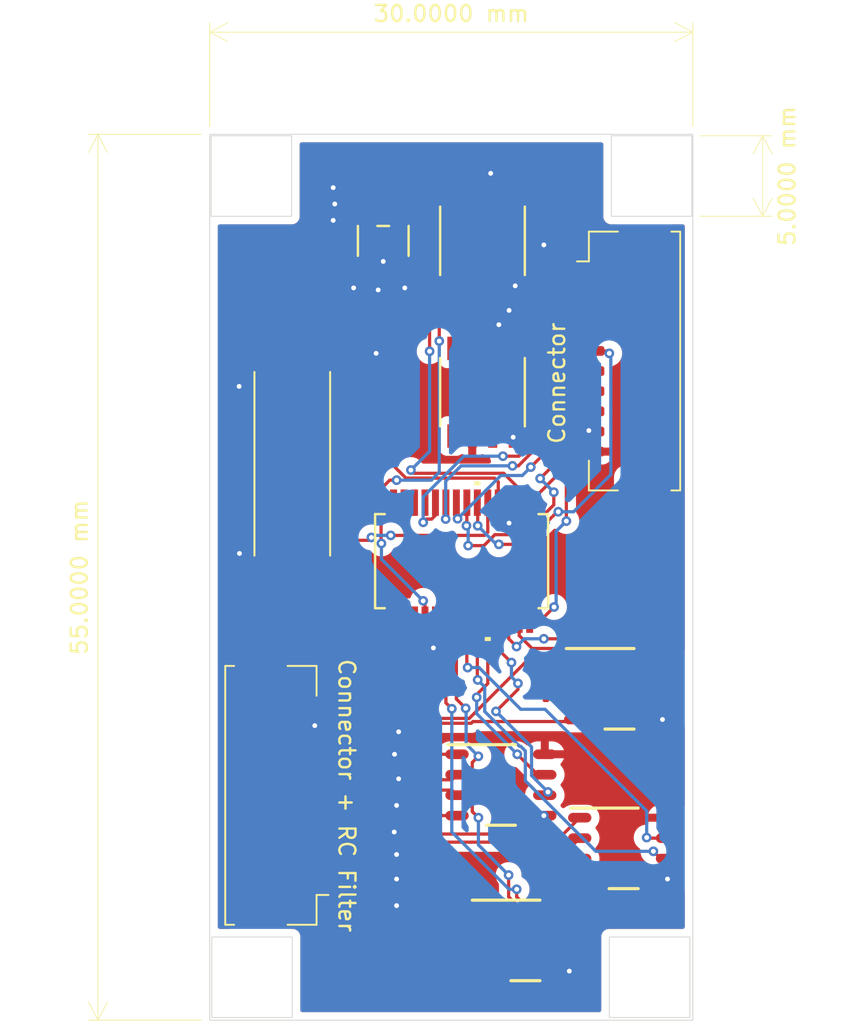
<source format=kicad_pcb>
(kicad_pcb (version 20240108) (generator "pcbnew") (generator_version "8.0")
  (layers (0 "F.Cu" signal) (31 "B.Cu" signal) (34 "B.Paste" user) (35 "F.Paste" user) (37 "F.SilkS" user "F.Silkscreen") (38 "B.Mask" user) (39 "F.Mask" user) (44 "Edge.Cuts" user))
  (net 0 "")
  (net 1 "5VCC")
  (net 2 "Earth")
  (net 3 "REF3.3")
  (net 4 "Net-(U4-TRIM{slash}NR)")
  (net 5 "Net-(U3-IN+)")
  (net 6 "REF2.5")
  (net 7 "/XTAL1")
  (net 8 "/XTAL2")
  (net 9 "/S1+")
  (net 10 "/S1-")
  (net 11 "/S2+")
  (net 12 "/S2-")
  (net 13 "/S3+")
  (net 14 "/S3-")
  (net 15 "/S4+")
  (net 16 "/S4-")
  (net 17 "Net-(J1-Pad1)")
  (net 18 "Net-(J1-Pad7)")
  (net 19 "Net-(J1-Pad2)")
  (net 20 "Net-(J1-Pad5)")
  (net 21 "Net-(J1-Pad6)")
  (net 22 "Net-(J1-Pad3)")
  (net 23 "Net-(J1-Pad8)")
  (net 24 "Net-(J1-Pad4)")
  (net 25 "/RESET")
  (net 27 "/DIN")
  (net 28 "/DOUT")
  (net 29 "/SCLK")
  (net 30 "/SYNC{slash}PDWN")
  (net 31 "/CS")
  (net 32 "/DRDY")
  (net 33 "Net-(U4-VOUT)")
  (net 34 "Net-(R2-Pad2)")
  (net 35 "Net-(R2-Pad1)")
  (net 36 "Net-(R11-Pad1)")
  (net 37 "Net-(R11-Pad2)")
  (net 38 "Net-(R12-Pad1)")
  (net 39 "Net-(R12-Pad2)")
  (net 40 "Net-(R13-Pad1)")
  (net 41 "Net-(R13-Pad2)")
  (net 43 "AIN6")
  (net 44 "AIN2")
  (net 47 "AIN0")
  (net 48 "AIN7")
  (net 49 "AIN4")
  (net 51 "AIN1")
  (net 52 "AIN3")
  (net 53 "AIN5")
  (footprint "daFootprints:INA821IDR" (layer "F.Cu") (at 114.935 104.775)
    (property "Reference" "U7" (hide yes))
    (property "Value" "INA821IDR" (hide yes))
  )
  (footprint "Capacitor_SMD:C_0201_0603Metric" (layer "F.Cu") (at 105.791 74.422 -90)
    (property "Reference" "C8" (hide yes))
    (property "Value" "10u" (hide yes))
  )
  (footprint "Resistor_SMD:R_0201_0603Metric" (layer "F.Cu") (at 107.061 107.098 90)
    (property "Reference" "R6" (hide yes))
    (property "Value" "1k" (hide yes))
  )
  (footprint "Resistor_SMD:R_0201_0603Metric" (layer "F.Cu") (at 112.014 114.554 90)
    (property "Reference" "R2" (hide yes))
    (property "Value" "499" (hide yes))
  )
  (footprint "Capacitor_SMD:C_0201_0603Metric" (layer "F.Cu") (at 108.458 104.013 -90)
    (property "Reference" "C19" (hide yes))
    (property "Value" "1u" (hide yes))
  )
  (footprint "daFootprints:OPA350UA" (layer "F.Cu") (at 113.792 70.993 90)
    (property "Reference" "U3" (hide yes))
    (property "Value" "OPA350UA" (hide yes))
  )
  (footprint "Capacitor_SMD:C_0201_0603Metric" (layer "F.Cu") (at 108.455 108.646 -90)
    (property "Reference" "C16" (hide yes))
    (property "Value" "1u" (hide yes))
  )
  (footprint "Resistor_SMD:R_0201_0603Metric" (layer "F.Cu") (at 107.061 108.618 90)
    (property "Reference" "R5" (hide yes))
    (property "Value" "1k" (hide yes))
  )
  (footprint "Capacitor_SMD:C_0201_0603Metric" (layer "F.Cu") (at 108.458 100.965 -90)
    (property "Reference" "C21" (hide yes))
    (property "Value" "1u" (hide yes))
  )
  (footprint "daFootprints:REF5025AIDR" (layer "F.Cu") (at 113.792 80.391 90)
    (property "Reference" "U4" (hide yes))
    (property "Value" "REF5025AIDR" (hide yes))
  )
  (footprint "Connector_Molex:Molex_CLIK-Mate_502382-1070_1x10-1MP_P1.25mm_Vertical" (layer "F.Cu") (at 122.459 78.454499 -90)
    (property "Reference" "J2" (hide yes))
    (property "Value" "532611071" (hide yes))
  )
  (footprint "Resistor_SMD:R_0201_0603Metric" (layer "F.Cu") (at 113.157 75.692 90)
    (property "Reference" "R1" (hide yes))
    (property "Value" "10k" (hide yes))
  )
  (footprint "Resistor_SMD:R_0201_0603Metric" (layer "F.Cu") (at 107.061 103.989 90)
    (property "Reference" "R8" (hide yes))
    (property "Value" "1k" (hide yes))
  )
  (footprint "Capacitor_SMD:C_0201_0603Metric" (layer "F.Cu") (at 113.644 66.675 180)
    (property "Reference" "C7" (hide yes))
    (property "Value" "100n" (hide yes))
  )
  (footprint "Capacitor_SMD:C_0201_0603Metric" (layer "F.Cu") (at 108.458 105.537 -90)
    (property "Reference" "C18" (hide yes))
    (property "Value" "1u" (hide yes))
  )
  (footprint "Capacitor_SMD:C_0201_0603Metric" (layer "F.Cu") (at 98.679 89.992 90)
    (property "Reference" "C12" (hide yes))
    (property "Value" "18p" (hide yes))
  )
  (footprint "Capacitor_SMD:C_0201_0603Metric" (layer "F.Cu") (at 108.966 74.422 -90)
    (property "Reference" "C1" (hide yes))
    (property "Value" "1u" (hide yes))
  )
  (footprint "Capacitor_SMD:C_0201_0603Metric" (layer "F.Cu") (at 108.458 110.236 -90)
    (property "Reference" "C15" (hide yes))
    (property "Value" "1u" (hide yes))
  )
  (footprint "Resistor_SMD:R_0201_0603Metric" (layer "F.Cu") (at 107.06 102.452 90)
    (property "Reference" "R9" (hide yes))
    (property "Value" "1k" (hide yes))
  )
  (footprint "Capacitor_SMD:C_0201_0603Metric" (layer "F.Cu") (at 115.57 76.2)
    (property "Reference" "C4" (hide yes))
    (property "Value" "1u" (hide yes))
  )
  (footprint "Resistor_SMD:R_0201_0603Metric" (layer "F.Cu") (at 110.49 104.775 90)
    (property "Reference" "R12" (hide yes))
    (property "Value" "499" (hide yes))
  )
  (footprint "Capacitor_SMD:C_0201_0603Metric" (layer "F.Cu") (at 104.938 69.661999)
    (property "Reference" "C2" (hide yes))
    (property "Value" "1u" (hide yes))
  )
  (footprint "daFootprints:ADP151AUJZ-3P0-R7" (layer "F.Cu") (at 107.630001 70.996551 90)
    (property "Reference" "U2" (hide yes))
    (property "Value" "ADP151AUJZ-3.0-R7" (hide yes))
  )
  (footprint "Capacitor_SMD:C_0201_0603Metric" (layer "F.Cu") (at 108.458 107.122 -90)
    (property "Reference" "C17" (hide yes))
    (property "Value" "1u" (hide yes))
  )
  (footprint "Capacitor_SMD:C_0201_0603Metric" (layer "F.Cu") (at 117.221 70.743 90)
    (property "Reference" "C6" (hide yes))
    (property "Value" "100n" (hide yes))
  )
  (footprint "Capacitor_SMD:C_0201_0603Metric" (layer "F.Cu") (at 114.681 75.311 180)
    (property "Reference" "C5" (hide yes))
    (property "Value" "1u" (hide yes))
  )
  (footprint "Resistor_SMD:R_0201_0603Metric" (layer "F.Cu") (at 107.065 100.941 90)
    (property "Reference" "R10" (hide yes))
    (property "Value" "1k" (hide yes))
  )
  (footprint "daFootprints:INA821IDR" (layer "F.Cu") (at 122.301 98.806)
    (property "Reference" "U8" (hide yes))
    (property "Value" "INA821IDR" (hide yes))
  )
  (footprint "Resistor_SMD:R_0201_0603Metric" (layer "F.Cu") (at 107.061 111.736 90)
    (property "Reference" "R3" (hide yes))
    (property "Value" "1k" (hide yes))
  )
  (footprint "daFootprints:ADS1256IDBR" (layer "F.Cu") (at 112.496001 90.8812 90)
    (property "Reference" "U1" (hide yes))
    (property "Value" "ADS1256IDBR" (hide yes))
  )
  (footprint "Resistor_SMD:R_0201_0603Metric" (layer "F.Cu") (at 107.061 105.509 90)
    (property "Reference" "R7" (hide yes))
    (property "Value" "1k" (hide yes))
  )
  (footprint "Resistor_SMD:R_0201_0603Metric" (layer "F.Cu") (at 118.11 108.712 90)
    (property "Reference" "R11" (hide yes))
    (property "Value" "499" (hide yes))
  )
  (footprint "Connector_Molex:Molex_CLIK-Mate_502382-1070_1x10-1MP_P1.25mm_Vertical" (layer "F.Cu") (at 101.428 105.42 90)
    (property "Reference" "J1" (hide yes))
    (property "Value" "532611071" (hide yes))
  )
  (footprint "daFootprints:XTAL_ABLS-8.000MHZ-K4T" (layer "F.Cu") (at 101.981 84.836 -90)
    (property "Reference" "Y1" (hide yes))
    (property "Value" "ABLS-8MHZ-K4T" (hide yes))
  )
  (footprint "Capacitor_SMD:C_0201_0603Metric" (layer "F.Cu") (at 108.458 102.489 -90)
    (property "Reference" "C20" (hide yes))
    (property "Value" "1u" (hide yes))
  )
  (footprint "Capacitor_SMD:C_0201_0603Metric" (layer "F.Cu") (at 107.315 74.422 -90)
    (property "Reference" "C9" (hide yes))
    (property "Value" "100n" (hide yes))
  )
  (footprint "Capacitor_SMD:C_0201_0603Metric" (layer "F.Cu") (at 108.458 111.76 -90)
    (property "Reference" "C14" (hide yes))
    (property "Value" "1u" (hide yes))
  )
  (footprint "Resistor_SMD:R_0201_0603Metric" (layer "F.Cu") (at 107.061 110.212 90)
    (property "Reference" "R4" (hide yes))
    (property "Value" "1k" (hide yes))
  )
  (footprint "Capacitor_SMD:C_0201_0603Metric" (layer "F.Cu") (at 104.938 67.691)
    (property "Reference" "C11" (hide yes))
    (property "Value" "100n" (hide yes))
  )
  (footprint "Capacitor_SMD:C_0201_0603Metric" (layer "F.Cu") (at 104.938 68.707)
    (property "Reference" "C10" (hide yes))
    (property "Value" "10u" (hide yes))
  )
  (footprint "Capacitor_SMD:C_0201_0603Metric" (layer "F.Cu") (at 107.188 77.47 90)
    (property "Reference" "C3" (hide yes))
    (property "Value" "1u" (hide yes))
  )
  (footprint "daFootprints:INA821IDR" (layer "F.Cu") (at 122.555 108.712)
    (property "Reference" "U6" (hide yes))
    (property "Value" "INA821IDR" (hide yes))
  )
  (footprint "Resistor_SMD:R_0201_0603Metric" (layer "F.Cu") (at 117.729 99.081 90)
    (property "Reference" "R13" (hide yes))
    (property "Value" "499" (hide yes))
  )
  (footprint "daFootprints:INA821IDR" (layer "F.Cu") (at 116.459 114.427)
    (property "Reference" "U5" (hide yes))
    (property "Value" "INA821IDR" (hide yes))
  )
  (footprint "Capacitor_SMD:C_0201_0603Metric" (layer "F.Cu") (at 98.679 79.709 90)
    (property "Reference" "C13" (hide yes))
    (property "Value" "18p" (hide yes))
  )
  (gr_rect (start 121.666 114.213) (end 126.666 119.213) (stroke (width 0.05)) (fill none) (layer "Edge.Cuts"))
  (gr_rect (start 96.854 64.38) (end 126.854 119.38) (stroke (width 0.05)) (fill none) (layer "Edge.Cuts"))
  (gr_rect (start 121.793 64.469) (end 126.793 69.469) (stroke (width 0.05)) (fill none) (layer "Edge.Cuts"))
  (gr_rect (start 96.941 64.469) (end 101.941 69.469) (stroke (width 0.05)) (fill none) (layer "Edge.Cuts"))
  (gr_rect (start 96.981 114.213) (end 101.981 119.213) (stroke (width 0.05)) (fill none) (layer "Edge.Cuts"))
  (gr_text "Connector\n" (at 118.999 83.693 90) (layer "F.SilkS") (effects (font (size 1 1)) (justify left bottom)))
  (gr_text "Connector + RC Filter" (at 104.775 96.861 -90) (layer "F.SilkS") (effects (font (size 1 1)) (justify left bottom)))
  (dimension (type aligned) (layer "F.SilkS") (pts (xy 96.854 64.38) (xy 96.854 119.38)) (height 6.938) (gr_text "55.0000 mm" (at 88.766 91.88 90) (layer "F.SilkS") (effects (font (size 1 1) (thickness 0.15)))) (format (prefix "") (suffix "") (units 3) (units_format 1) (precision 4)) (style (thickness 0.05) (arrow_length 1.27) (text_position_mode 0) (extension_height 0.58642) (extension_offset 0.5) keep_text_aligned))
  (dimension (type aligned) (layer "F.SilkS") (pts (xy 96.854 64.38) (xy 126.854 64.38)) (height -6.341) (gr_text "30.0000 mm" (at 111.854 56.889 0) (layer "F.SilkS") (effects (font (size 1 1) (thickness 0.15)))) (format (prefix "") (suffix "") (units 3) (units_format 1) (precision 4)) (style (thickness 0.05) (arrow_length 1.27) (text_position_mode 0) (extension_height 0.58642) (extension_offset 0.5) keep_text_aligned))
  (dimension (type aligned) (layer "F.SilkS") (pts (xy 126.793 64.469) (xy 126.793 69.469)) (height -4.398) (gr_text "5.0000 mm" (at 132.715 66.969 90) (layer "F.SilkS") (effects (font (size 1 1) (thickness 0.15)))) (format (prefix "") (suffix "") (units 3) (units_format 1) (precision 4)) (style (thickness 0.05) (arrow_length 1.27) (text_position_mode 2) (extension_height 0.58642) (extension_offset 0.5) keep_text_aligned))
  (segment (start 110.338203 96.266) (end 108.921002 94.848799) (width 0.2) (layer "F.Cu") (net 2))
  (segment (start 98.679 90.312) (end 98.679 90.379759) (width 0.2) (layer "F.Cu") (net 2))
  (segment (start 107.630001 72.270102) (end 107.761999 72.4021) (width 0.2) (layer "F.Cu") (net 2))
  (segment (start 115.697 73.714348) (end 115.751348 73.714348) (width 0.2) (layer "F.Cu") (net 2))
  (segment (start 110.871 96.139) (end 110.744 96.266) (width 0.2) (layer "F.Cu") (net 2))
  (segment (start 117.405 71.247) (end 117.221 71.063) (width 0.2) (layer "F.Cu") (net 2))
  (segment (start 98.679 90.379759) (end 98.70124 90.401999) (width 0.2) (layer "F.Cu") (net 2))
  (segment (start 115.001 75.311) (end 115.443 75.311) (width 0.2) (layer "F.Cu") (net 2))
  (segment (start 110.871 94.5134) (end 110.871 96.139) (width 0.2) (layer "F.Cu") (net 2))
  (segment (start 117.602 71.247) (end 117.405 71.247) (width 0.2) (layer "F.Cu") (net 2))
  (segment (start 115.25 76.2) (end 114.808 76.2) (width 0.2) (layer "F.Cu") (net 2))
  (segment (start 114.091 66.802) (end 113.964 66.675) (width 0.2) (layer "F.Cu") (net 2))
  (segment (start 109.571001 95.498798) (end 109.571001 94.5134) (width 0.2) (layer "F.Cu") (net 2))
  (segment (start 115.751348 73.714348) (end 115.824 73.787) (width 0.2) (layer "F.Cu") (net 2))
  (segment (start 115.443 87.270999) (end 115.421001 87.249) (width 0.2) (layer "F.Cu") (net 2))
  (segment (start 110.338203 96.266) (end 109.571001 95.498798) (width 0.2) (layer "F.Cu") (net 2))
  (segment (start 115.443 88.519) (end 115.443 87.270999) (width 0.2) (layer "F.Cu") (net 2))
  (segment (start 108.921002 94.848799) (end 108.921002 94.5134) (width 0.2) (layer "F.Cu") (net 2))
  (segment (start 110.744 96.266) (end 110.338203 96.266) (width 0.2) (layer "F.Cu") (net 2))
  (segment (start 104.521 67.691) (end 104.618 67.691) (width 0.2) (layer "F.Cu") (net 2))
  (segment (start 114.3 66.802) (end 114.091 66.802) (width 0.2) (layer "F.Cu") (net 2))
  (via blind (at 103.378 101.092) (size 0.6) (drill 0.3) (layers "F.Cu" "B.Cu") (net 2))
  (via blind (at 120.396 82.772499) (size 0.6) (drill 0.3) (layers "F.Cu" "B.Cu") (net 2))
  (via blind (at 107.188 77.978) (size 0.6) (drill 0.3) (layers "F.Cu" "B.Cu") (net 2))
  (via blind (at 105.791 73.914) (size 0.6) (drill 0.3) (layers "F.Cu" "B.Cu") (net 2))
  (via blind (at 107.630001 72.270102) (size 0.6) (drill 0.3) (layers "F.Cu" "B.Cu") (net 2))
  (via blind (at 110.744 96.266) (size 0.6) (drill 0.3) (layers "F.Cu" "B.Cu") (net 2))
  (via blind (at 108.331 102.87) (size 0.6) (drill 0.3) (layers "F.Cu" "B.Cu") (net 2))
  (via blind (at 108.310316 107.69752) (size 0.6) (drill 0.3) (layers "F.Cu" "B.Cu") (net 2))
  (via blind (at 104.521 69.723) (size 0.6) (drill 0.3) (layers "F.Cu" "B.Cu") (net 2))
  (via blind (at 114.808 76.2) (size 0.6) (drill 0.3) (layers "F.Cu" "B.Cu") (net 2))
  (via blind (at 108.458 112.268) (size 0.6) (drill 0.3) (layers "F.Cu" "B.Cu") (net 2))
  (via blind (at 115.443 75.311) (size 0.6) (drill 0.3) (layers "F.Cu" "B.Cu") (net 2))
  (via blind (at 108.458 106.045) (size 0.6) (drill 0.3) (layers "F.Cu" "B.Cu") (net 2))
  (via blind (at 108.458 110.617) (size 0.6) (drill 0.3) (layers "F.Cu" "B.Cu") (net 2))
  (via blind (at 124.968 100.711) (size 0.6) (drill 0.3) (layers "F.Cu" "B.Cu") (net 2))
  (via blind (at 108.585 101.473) (size 0.6) (drill 0.3) (layers "F.Cu" "B.Cu") (net 2))
  (via blind (at 114.3 66.802) (size 0.6) (drill 0.3) (layers "F.Cu" "B.Cu") (net 2))
  (via blind (at 108.585 104.394) (size 0.6) (drill 0.3) (layers "F.Cu" "B.Cu") (net 2))
  (via blind (at 98.679 80.029) (size 0.6) (drill 0.3) (layers "F.Cu" "B.Cu") (net 2))
  (via blind (at 104.618 68.707) (size 0.6) (drill 0.3) (layers "F.Cu" "B.Cu") (net 2))
  (via blind (at 107.315 74.041) (size 0.6) (drill 0.3) (layers "F.Cu" "B.Cu") (net 2))
  (via blind (at 104.521 67.691) (size 0.6) (drill 0.3) (layers "F.Cu" "B.Cu") (net 2))
  (via blind (at 108.458 109.093) (size 0.6) (drill 0.3) (layers "F.Cu" "B.Cu") (net 2))
  (via blind (at 115.443 88.519) (size 0.6) (drill 0.3) (layers "F.Cu" "B.Cu") (net 2))
  (via blind (at 125.279998 110.617) (size 0.6) (drill 0.3) (layers "F.Cu" "B.Cu") (net 2))
  (via blind (at 117.602 106.68) (size 0.6) (drill 0.3) (layers "F.Cu" "B.Cu") (net 2))
  (via blind (at 119.183998 116.332) (size 0.6) (drill 0.3) (layers "F.Cu" "B.Cu") (net 2))
  (via blind (at 117.602 71.247) (size 0.6) (drill 0.3) (layers "F.Cu" "B.Cu") (net 2))
  (via blind (at 115.824 73.787) (size 0.6) (drill 0.3) (layers "F.Cu" "B.Cu") (net 2))
  (via blind (at 108.966 73.914) (size 0.6) (drill 0.3) (layers "F.Cu" "B.Cu") (net 2))
  (via blind (at 98.70124 90.401999) (size 0.6) (drill 0.3) (layers "F.Cu" "B.Cu") (net 2))
  (via blind (at 115.697 83.185) (size 0.6) (drill 0.3) (layers "F.Cu" "B.Cu") (net 2))
  (segment (start 115.107426 85.425) (end 116.071 86.388574) (width 0.2) (layer "F.Cu") (net 3))
  (segment (start 107.453449 68.949551) (end 109.081551 68.949551) (width 0.2) (layer "F.Cu") (net 3))
  (segment (start 109.081551 68.949551) (end 109.982 69.85) (width 0.2) (layer "F.Cu") (net 3))
  (segment (start 105.258 68.301) (end 105.7275 68.7705) (width 0.2) (layer "F.Cu") (net 3))
  (segment (start 105.7275 68.7705) (end 106.2355 69.2785) (width 0.2) (layer "F.Cu") (net 3))
  (segment (start 116.071 86.388574) (end 116.071 87.249) (width 0.2) (layer "F.Cu") (net 3))
  (segment (start 106.2355 69.2785) (end 106.68 69.723) (width 0.2) (layer "F.Cu") (net 3))
  (segment (start 105.258 67.691) (end 105.258 68.301) (width 0.2) (layer "F.Cu") (net 3))
  (segment (start 110.508 76.246111) (end 110.508 77.851) (width 0.2) (layer "F.Cu") (net 3))
  (segment (start 109.347 85.225) (end 109.547 85.425) (width 0.2) (layer "F.Cu") (net 3))
  (segment (start 105.664 68.707) (end 105.7275 68.7705) (width 0.2) (layer "F.Cu") (net 3))
  (segment (start 111.252 75.502111) (end 110.508 76.246111) (width 0.2) (layer "F.Cu") (net 3))
  (segment (start 105.852001 69.661999) (end 106.2355 69.2785) (width 0.2) (layer "F.Cu") (net 3))
  (segment (start 106.68 69.723) (end 107.453449 68.949551) (width 0.2) (layer "F.Cu") (net 3))
  (segment (start 109.547 85.425) (end 115.107426 85.425) (width 0.2) (layer "F.Cu") (net 3))
  (segment (start 111.252 72.898) (end 111.252 75.502111) (width 0.2) (layer "F.Cu") (net 3))
  (segment (start 105.258 69.661999) (end 105.852001 69.661999) (width 0.2) (layer "F.Cu") (net 3))
  (segment (start 109.982 71.628) (end 111.252 72.898) (width 0.2) (layer "F.Cu") (net 3))
  (segment (start 109.982 69.85) (end 109.982 71.628) (width 0.2) (layer "F.Cu") (net 3))
  (segment (start 105.258 68.707) (end 105.664 68.707) (width 0.2) (layer "F.Cu") (net 3))
  (via blind (at 110.508 77.851) (size 0.6) (drill 0.3) (layers "F.Cu" "B.Cu") (net 3))
  (via blind (at 109.347 85.225) (size 0.6) (drill 0.3) (layers "F.Cu" "B.Cu") (net 3))
  (segment (start 110.508 84.064) (end 110.508 77.851) (width 0.2) (layer "B.Cu") (net 3))
  (segment (start 109.347 85.225) (end 110.508 84.064) (width 0.2) (layer "B.Cu") (net 3))
  (segment (start 115.89 76.576) (end 115.89 76.2) (width 0.2) (layer "F.Cu") (net 4))
  (segment (start 115.697 77.669652) (end 115.697 76.769) (width 0.2) (layer "F.Cu") (net 4))
  (segment (start 115.697 76.769) (end 115.89 76.576) (width 0.2) (layer "F.Cu") (net 4))
  (segment (start 114.361 75.311) (end 113.218 75.311) (width 0.2) (layer "F.Cu") (net 5))
  (segment (start 113.218 75.311) (end 113.157 75.372) (width 0.2) (layer "F.Cu") (net 5))
  (segment (start 114.427 75.245) (end 114.361 75.311) (width 0.2) (layer "F.Cu") (net 5))
  (segment (start 114.427 73.714348) (end 114.427 75.245) (width 0.2) (layer "F.Cu") (net 5))
  (segment (start 110.221002 94.5134) (end 110.221002 93.457002) (width 0.2) (layer "F.Cu") (net 6))
  (segment (start 114.427 68.271652) (end 114.427 68.720101) (width 0.2) (layer "F.Cu") (net 6))
  (segment (start 107.493543 86.391059) (end 107.493543 89.713543) (width 0.2) (layer "F.Cu") (net 6))
  (segment (start 108.032602 85.852) (end 107.493543 86.391059) (width 0.2) (layer "F.Cu") (net 6))
  (segment (start 116.205 70.423) (end 117.221 70.423) (width 0.2) (layer "F.Cu") (net 6))
  (segment (start 108.458 85.852) (end 108.032602 85.852) (width 0.2) (layer "F.Cu") (net 6))
  (segment (start 114.427 68.720101) (end 116.129899 70.423) (width 0.2) (layer "F.Cu") (net 6))
  (segment (start 111.108 76.211797) (end 113.157 74.162797) (width 0.2) (layer "F.Cu") (net 6))
  (segment (start 116.129899 70.423) (end 116.205 70.423) (width 0.2) (layer "F.Cu") (net 6))
  (segment (start 113.157 73.714348) (end 113.157 73.471) (width 0.2) (layer "F.Cu") (net 6))
  (segment (start 111.108 77.216) (end 111.108 76.211797) (width 0.2) (layer "F.Cu") (net 6))
  (segment (start 113.157 74.162797) (end 113.157 73.714348) (width 0.2) (layer "F.Cu") (net 6))
  (segment (start 113.157 73.471) (end 116.205 70.423) (width 0.2) (layer "F.Cu") (net 6))
  (segment (start 110.221002 93.457002) (end 110.109 93.345) (width 0.2) (layer "F.Cu") (net 6))
  (via blind (at 107.517322 89.781) (size 0.6) (drill 0.3) (layers "F.Cu" "B.Cu") (net 6))
  (via blind (at 111.108 77.216) (size 0.6) (drill 0.3) (layers "F.Cu" "B.Cu") (net 6))
  (via blind (at 110.109 93.345) (size 0.6) (drill 0.3) (layers "F.Cu" "B.Cu") (net 6))
  (via blind (at 108.458 85.852) (size 0.6) (drill 0.3) (layers "F.Cu" "B.Cu") (net 6))
  (segment (start 110.109 93.345) (end 107.517322 90.753322) (width 0.2) (layer "B.Cu") (net 6))
  (segment (start 108.458 85.852) (end 110.617 85.852) (width 0.2) (layer "B.Cu") (net 6))
  (segment (start 107.517322 90.753322) (end 107.517322 89.781) (width 0.2) (layer "B.Cu") (net 6))
  (segment (start 110.617 85.852) (end 111.108 85.361) (width 0.2) (layer "B.Cu") (net 6))
  (segment (start 111.108 85.361) (end 111.108 77.216) (width 0.2) (layer "B.Cu") (net 6))
  (segment (start 106.715543 89.586) (end 101.981 89.586) (width 0.2) (layer "F.Cu") (net 7))
  (segment (start 98.765 89.586) (end 98.679 89.672) (width 0.2) (layer "F.Cu") (net 7))
  (segment (start 101.981 89.586) (end 98.765 89.586) (width 0.2) (layer "F.Cu") (net 7))
  (segment (start 114.121002 89.078998) (end 113.919 89.281) (width 0.2) (layer "F.Cu") (net 7))
  (segment (start 106.893543 89.408) (end 106.715543 89.586) (width 0.2) (layer "F.Cu") (net 7))
  (segment (start 113.919 89.281) (end 108.093543 89.281) (width 0.2) (layer "F.Cu") (net 7))
  (segment (start 114.121002 87.249) (end 114.121002 89.078998) (width 0.2) (layer "F.Cu") (net 7))
  (via blind (at 108.093543 89.281) (size 0.6) (drill 0.3) (layers "F.Cu" "B.Cu") (net 7))
  (via blind (at 106.893543 89.408) (size 0.6) (drill 0.3) (layers "F.Cu" "B.Cu") (net 7))
  (segment (start 107.020543 89.281) (end 106.893543 89.408) (width 0.2) (layer "B.Cu") (net 7))
  (segment (start 108.093543 89.281) (end 107.020543 89.281) (width 0.2) (layer "B.Cu") (net 7))
  (segment (start 109.038107 85.725) (end 107.768107 84.455) (width 0.2) (layer "F.Cu") (net 8))
  (segment (start 107.768107 84.455) (end 106.35 84.455) (width 0.2) (layer "F.Cu") (net 8))
  (segment (start 114.771 85.961) (end 114.535 85.725) (width 0.2) (layer "F.Cu") (net 8))
  (segment (start 106.35 84.455) (end 101.981 80.086) (width 0.2) (layer "F.Cu") (net 8))
  (segment (start 114.771 87.249) (end 114.771 85.961) (width 0.2) (layer "F.Cu") (net 8))
  (segment (start 114.535 85.725) (end 109.038107 85.725) (width 0.2) (layer "F.Cu") (net 8))
  (segment (start 98.679 79.389) (end 101.284 79.389) (width 0.2) (layer "F.Cu") (net 8))
  (segment (start 101.284 79.389) (end 101.981 80.086) (width 0.2) (layer "F.Cu") (net 8))
  (segment (start 113.733999 116.332) (end 112.673544 116.332) (width 0.2) (layer "F.Cu") (net 9))
  (segment (start 108.434 111.416) (end 108.458 111.44) (width 0.2) (layer "F.Cu") (net 9))
  (segment (start 107.061 111.416) (end 108.434 111.416) (width 0.2) (layer "F.Cu") (net 9))
  (segment (start 109.474 112.268) (end 108.646 111.44) (width 0.2) (layer "F.Cu") (net 9))
  (segment (start 108.646 111.44) (end 108.458 111.44) (width 0.2) (layer "F.Cu") (net 9))
  (segment (start 109.474 113.132456) (end 109.474 112.268) (width 0.2) (layer "F.Cu") (net 9))
  (segment (start 112.673544 116.332) (end 109.474 113.132456) (width 0.2) (layer "F.Cu") (net 9))
  (segment (start 113.733999 112.522) (end 111.127999 109.916) (width 0.2) (layer "F.Cu") (net 10))
  (segment (start 111.127999 109.916) (end 108.458 109.916) (width 0.2) (layer "F.Cu") (net 10))
  (segment (start 107.061 109.892) (end 108.434 109.892) (width 0.2) (layer "F.Cu") (net 10))
  (segment (start 108.434 109.892) (end 108.458 109.916) (width 0.2) (layer "F.Cu") (net 10))
  (segment (start 119.829999 110.617) (end 118.618 110.617) (width 0.2) (layer "F.Cu") (net 11))
  (segment (start 108.427 108.298) (end 108.455 108.326) (width 0.2) (layer "F.Cu") (net 11))
  (segment (start 107.061 108.298) (end 108.427 108.298) (width 0.2) (layer "F.Cu") (net 11))
  (segment (start 118.618 110.617) (end 116.327 108.326) (width 0.2) (layer "F.Cu") (net 11))
  (segment (start 116.327 108.326) (end 108.455 108.326) (width 0.2) (layer "F.Cu") (net 11))
  (segment (start 108.434 106.778) (end 108.458 106.802) (width 0.2) (layer "F.Cu") (net 12))
  (segment (start 108.657999 106.802) (end 108.458 106.802) (width 0.2) (layer "F.Cu") (net 12))
  (segment (start 119.829999 106.807) (end 118.813999 107.823) (width 0.2) (layer "F.Cu") (net 12))
  (segment (start 118.813999 107.823) (end 109.678999 107.823) (width 0.2) (layer "F.Cu") (net 12))
  (segment (start 107.061 106.778) (end 108.434 106.778) (width 0.2) (layer "F.Cu") (net 12))
  (segment (start 109.678999 107.823) (end 108.657999 106.802) (width 0.2) (layer "F.Cu") (net 12))
  (segment (start 111.276544 106.68) (end 112.209999 106.68) (width 0.2) (layer "F.Cu") (net 13))
  (segment (start 108.43 105.189) (end 108.458 105.217) (width 0.2) (layer "F.Cu") (net 13))
  (segment (start 108.458 105.217) (end 109.813544 105.217) (width 0.2) (layer "F.Cu") (net 13))
  (segment (start 107.061 105.189) (end 108.43 105.189) (width 0.2) (layer "F.Cu") (net 13))
  (segment (start 109.813544 105.217) (end 111.276544 106.68) (width 0.2) (layer "F.Cu") (net 13))
  (segment (start 108.458 103.693) (end 109.281 102.87) (width 0.2) (layer "F.Cu") (net 14))
  (segment (start 109.281 102.87) (end 112.209999 102.87) (width 0.2) (layer "F.Cu") (net 14))
  (segment (start 107.061 103.669) (end 108.434 103.669) (width 0.2) (layer "F.Cu") (net 14))
  (segment (start 108.434 103.669) (end 108.458 103.693) (width 0.2) (layer "F.Cu") (net 14))
  (segment (start 113.200264 100.838) (end 119.448999 100.838) (width 0.2) (layer "F.Cu") (net 15))
  (segment (start 113.093264 100.945) (end 113.200264 100.838) (width 0.2) (layer "F.Cu") (net 15))
  (segment (start 107.06 102.132) (end 108.421 102.132) (width 0.2) (layer "F.Cu") (net 15))
  (segment (start 109.22 102.235) (end 110.51 100.945) (width 0.2) (layer "F.Cu") (net 15))
  (segment (start 110.51 100.945) (end 113.093264 100.945) (width 0.2) (layer "F.Cu") (net 15))
  (segment (start 108.421 102.132) (end 108.458 102.169) (width 0.2) (layer "F.Cu") (net 15))
  (segment (start 119.448999 100.838) (end 119.575999 100.711) (width 0.2) (layer "F.Cu") (net 15))
  (segment (start 108.458 102.169) (end 108.524 102.235) (width 0.2) (layer "F.Cu") (net 15))
  (segment (start 108.524 102.235) (end 109.22 102.235) (width 0.2) (layer "F.Cu") (net 15))
  (segment (start 116.713 96.901) (end 119.575999 96.901) (width 0.2) (layer "F.Cu") (net 16))
  (segment (start 108.434 100.621) (end 108.458 100.645) (width 0.2) (layer "F.Cu") (net 16))
  (segment (start 112.969 100.645) (end 116.713 96.901) (width 0.2) (layer "F.Cu") (net 16))
  (segment (start 108.458 100.645) (end 112.969 100.645) (width 0.2) (layer "F.Cu") (net 16))
  (segment (start 107.065 100.621) (end 108.434 100.621) (width 0.2) (layer "F.Cu") (net 16))
  (segment (start 104.389 112.056) (end 107.061 112.056) (width 0.2) (layer "F.Cu") (net 17))
  (segment (start 103.378 111.045) (end 104.389 112.056) (width 0.2) (layer "F.Cu") (net 17))
  (segment (start 106.287 103.545) (end 107.06 102.772) (width 0.2) (layer "F.Cu") (net 18))
  (segment (start 103.378 103.545) (end 106.287 103.545) (width 0.2) (layer "F.Cu") (net 18))
  (segment (start 104.964999 110.532) (end 107.061 110.532) (width 0.2) (layer "F.Cu") (net 19))
  (segment (start 104.227999 109.795) (end 104.964999 110.532) (width 0.2) (layer "F.Cu") (net 19))
  (segment (start 103.378 109.795) (end 104.227999 109.795) (width 0.2) (layer "F.Cu") (net 19))
  (segment (start 103.378 106.045) (end 106.845 106.045) (width 0.2) (layer "F.Cu") (net 20))
  (segment (start 106.845 106.045) (end 107.061 105.829) (width 0.2) (layer "F.Cu") (net 20))
  (segment (start 106.575 104.795) (end 107.061 104.309) (width 0.2) (layer "F.Cu") (net 21))
  (segment (start 103.378 104.795) (end 106.575 104.795) (width 0.2) (layer "F.Cu") (net 21))
  (segment (start 103.378 108.545) (end 103.771 108.938) (width 0.2) (layer "F.Cu") (net 22))
  (segment (start 103.771 108.938) (end 107.061 108.938) (width 0.2) (layer "F.Cu") (net 22))
  (segment (start 106.031 102.295) (end 107.065 101.261) (width 0.2) (layer "F.Cu") (net 23))
  (segment (start 103.378 102.295) (end 106.031 102.295) (width 0.2) (layer "F.Cu") (net 23))
  (segment (start 103.501 107.418) (end 107.061 107.418) (width 0.2) (layer "F.Cu") (net 24))
  (segment (start 103.378 107.295) (end 103.501 107.418) (width 0.2) (layer "F.Cu") (net 24))
  (segment (start 116.721001 87.249) (end 118.599 85.371001) (width 0.2) (layer "F.Cu") (net 25))
  (segment (start 118.599 85.371001) (end 118.599 80.748947) (width 0.2) (layer "F.Cu") (net 25))
  (segment (start 118.599 80.748947) (end 120.268448 79.079499) (width 0.2) (layer "F.Cu") (net 25))
  (segment (start 120.268448 78.857) (end 120.509 78.857) (width 0.2) (layer "F.Cu") (net 25))
  (segment (start 118.675 74.079499) (end 120.509 74.079499) (width 0.2) (layer "F.Cu") (net 27))
  (segment (start 115.653426 84.963) (end 116.018483 84.963) (width 0.2) (layer "F.Cu") (net 27))
  (segment (start 116.018483 84.963) (end 117.24 83.741483) (width 0.2) (layer "F.Cu") (net 27))
  (segment (start 117.24 75.514499) (end 118.675 74.079499) (width 0.2) (layer "F.Cu") (net 27))
  (segment (start 117.24 83.741483) (end 117.24 75.514499) (width 0.2) (layer "F.Cu") (net 27))
  (segment (start 111.506 87.264002) (end 111.521002 87.249) (width 0.2) (layer "F.Cu") (net 27))
  (segment (start 111.506 88.265) (end 111.506 87.264002) (width 0.2) (layer "F.Cu") (net 27))
  (via blind (at 111.506 88.265) (size 0.6) (drill 0.3) (layers "F.Cu" "B.Cu") (net 27))
  (via blind (at 115.653426 84.963) (size 0.6) (drill 0.3) (layers "F.Cu" "B.Cu") (net 27))
  (segment (start 111.506 85.917751) (end 112.460751 84.963) (width 0.2) (layer "B.Cu") (net 27))
  (segment (start 111.506 88.265) (end 111.506 85.917751) (width 0.2) (layer "B.Cu") (net 27))
  (segment (start 112.460751 84.963) (end 115.653426 84.963) (width 0.2) (layer "B.Cu") (net 27))
  (segment (start 112.245392 87.323392) (end 112.171 87.249) (width 0.2) (layer "F.Cu") (net 28))
  (segment (start 112.245392 88.247145) (end 112.245392 87.323392) (width 0.2) (layer "F.Cu") (net 28))
  (segment (start 118.225 75.329499) (end 120.509 75.329499) (width 0.2) (layer "F.Cu") (net 28))
  (segment (start 117.64 75.914499) (end 118.225 75.329499) (width 0.2) (layer "F.Cu") (net 28))
  (segment (start 116.790006 85.040006) (end 117.64 84.190012) (width 0.2) (layer "F.Cu") (net 28))
  (segment (start 117.64 84.190012) (end 117.64 75.914499) (width 0.2) (layer "F.Cu") (net 28))
  (via blind (at 112.245392 88.247145) (size 0.6) (drill 0.3) (layers "F.Cu" "B.Cu") (net 28))
  (via blind (at 116.790006 85.040006) (size 0.6) (drill 0.3) (layers "F.Cu" "B.Cu") (net 28))
  (segment (start 112.245392 88.247145) (end 114.929537 85.563) (width 0.2) (layer "B.Cu") (net 28))
  (segment (start 114.929537 85.563) (end 116.267012 85.563) (width 0.2) (layer "B.Cu") (net 28))
  (segment (start 116.267012 85.563) (end 116.790006 85.040006) (width 0.2) (layer "B.Cu") (net 28))
  (segment (start 119.29 72.829499) (end 120.509 72.829499) (width 0.2) (layer "F.Cu") (net 29))
  (segment (start 110.871 88.034401) (end 110.871 87.249) (width 0.2) (layer "F.Cu") (net 29))
  (segment (start 116.84 75.057) (end 119.067501 72.829499) (width 0.2) (layer "F.Cu") (net 29))
  (segment (start 115.062 84.363) (end 116.052797 84.363) (width 0.2) (layer "F.Cu") (net 29))
  (segment (start 119.067501 72.829499) (end 119.29 72.829499) (width 0.2) (layer "F.Cu") (net 29))
  (segment (start 116.052797 84.363) (end 116.84 83.575797) (width 0.2) (layer "F.Cu") (net 29))
  (segment (start 110.636502 88.268899) (end 110.871 88.034401) (width 0.2) (layer "F.Cu") (net 29))
  (segment (start 110.309002 88.268899) (end 110.636502 88.268899) (width 0.2) (layer "F.Cu") (net 29))
  (segment (start 110.109 88.468901) (end 110.309002 88.268899) (width 0.2) (layer "F.Cu") (net 29))
  (segment (start 116.84 83.575797) (end 116.84 75.057) (width 0.2) (layer "F.Cu") (net 29))
  (via blind (at 115.062 84.363) (size 0.6) (drill 0.3) (layers "F.Cu" "B.Cu") (net 29))
  (via blind (at 110.109 88.468901) (size 0.6) (drill 0.3) (layers "F.Cu" "B.Cu") (net 29))
  (segment (start 110.109 86.890487) (end 112.636487 84.363) (width 0.2) (layer "B.Cu") (net 29))
  (segment (start 110.109 88.468901) (end 110.109 86.890487) (width 0.2) (layer "B.Cu") (net 29))
  (segment (start 112.636487 84.363) (end 115.062 84.363) (width 0.2) (layer "B.Cu") (net 29))
  (segment (start 118.999 80.9895) (end 119.659001 80.329499) (width 0.2) (layer "F.Cu") (net 30))
  (segment (start 118.999 88.392) (end 118.999 80.9895) (width 0.2) (layer "F.Cu") (net 30))
  (segment (start 119.659001 80.329499) (end 120.509 80.329499) (width 0.2) (layer "F.Cu") (net 30))
  (segment (start 117.4496 94.5134) (end 118.237 93.726) (width 0.2) (layer "F.Cu") (net 30))
  (segment (start 116.720999 94.5134) (end 117.4496 94.5134) (width 0.2) (layer "F.Cu") (net 30))
  (via blind (at 118.237 93.726) (size 0.6) (drill 0.3) (layers "F.Cu" "B.Cu") (net 30))
  (via blind (at 118.999 88.392) (size 0.6) (drill 0.3) (layers "F.Cu" "B.Cu") (net 30))
  (segment (start 118.364 93.599) (end 118.364 89.027) (width 0.2) (layer "B.Cu") (net 30))
  (segment (start 118.364 89.027) (end 118.999 88.392) (width 0.2) (layer "B.Cu") (net 30))
  (segment (start 118.237 93.726) (end 118.364 93.599) (width 0.2) (layer "B.Cu") (net 30))
  (segment (start 118.499001 87.813506) (end 118.434494 87.813506) (width 0.2) (layer "F.Cu") (net 31))
  (segment (start 113.494735 87.272735) (end 113.471 87.249) (width 0.2) (layer "F.Cu") (net 31))
  (segment (start 118.434494 87.813506) (end 116.411285 89.836715) (width 0.2) (layer "F.Cu") (net 31))
  (segment (start 113.494735 88.681) (end 113.494735 87.272735) (width 0.2) (layer "F.Cu") (net 31))
  (segment (start 116.411285 89.836715) (end 114.808 89.836715) (width 0.2) (layer "F.Cu") (net 31))
  (segment (start 121.666 77.978) (end 121.517499 77.829499) (width 0.2) (layer "F.Cu") (net 31))
  (segment (start 121.517499 77.829499) (end 120.509 77.829499) (width 0.2) (layer "F.Cu") (net 31))
  (via blind (at 113.494735 88.681) (size 0.6) (drill 0.3) (layers "F.Cu" "B.Cu") (net 31))
  (via blind (at 121.666 77.978) (size 0.6) (drill 0.3) (layers "F.Cu" "B.Cu") (net 31))
  (via blind (at 118.499001 87.813506) (size 0.6) (drill 0.3) (layers "F.Cu" "B.Cu") (net 31))
  (via blind (at 114.808 89.836715) (size 0.6) (drill 0.3) (layers "F.Cu" "B.Cu") (net 31))
  (segment (start 121.761499 85.502501) (end 121.761499 78.009501) (width 0.2) (layer "B.Cu") (net 31))
  (segment (start 114.65045 89.836715) (end 113.494735 88.681) (width 0.2) (layer "B.Cu") (net 31))
  (segment (start 114.808 89.836715) (end 114.65045 89.836715) (width 0.2) (layer "B.Cu") (net 31))
  (segment (start 118.499001 87.813506) (end 119.450494 87.813506) (width 0.2) (layer "B.Cu") (net 31))
  (segment (start 119.450494 87.813506) (end 121.761499 85.502501) (width 0.2) (layer "B.Cu") (net 31))
  (segment (start 114.559471 89.236715) (end 116.368685 89.236715) (width 0.2) (layer "F.Cu") (net 32))
  (segment (start 118.199 84.922472) (end 118.199 78.0395) (width 0.2) (layer "F.Cu") (net 32))
  (segment (start 119.659001 76.357) (end 120.509 76.357) (width 0.2) (layer "F.Cu") (net 32))
  (segment (start 112.794732 88.681) (end 112.821002 88.65473) (width 0.2) (layer "F.Cu") (net 32))
  (segment (start 112.821002 88.65473) (end 112.821002 87.249) (width 0.2) (layer "F.Cu") (net 32))
  (segment (start 112.903 89.916) (end 113.880186 89.916) (width 0.2) (layer "F.Cu") (net 32))
  (segment (start 116.368685 89.236715) (end 118.220765 87.384635) (width 0.2) (layer "F.Cu") (net 32))
  (segment (start 118.199 78.0395) (end 119.659001 76.579499) (width 0.2) (layer "F.Cu") (net 32))
  (segment (start 113.880186 89.916) (end 114.559471 89.236715) (width 0.2) (layer "F.Cu") (net 32))
  (segment (start 117.372236 85.749236) (end 118.199 84.922472) (width 0.2) (layer "F.Cu") (net 32))
  (segment (start 118.220765 87.384635) (end 118.220765 86.597765) (width 0.2) (layer "F.Cu") (net 32))
  (via blind (at 112.794732 88.681) (size 0.6) (drill 0.3) (layers "F.Cu" "B.Cu") (net 32))
  (via blind (at 118.220765 86.597765) (size 0.6) (drill 0.3) (layers "F.Cu" "B.Cu") (net 32))
  (via blind (at 117.372236 85.749236) (size 0.6) (drill 0.3) (layers "F.Cu" "B.Cu") (net 32))
  (via blind (at 112.903 89.916) (size 0.6) (drill 0.3) (layers "F.Cu" "B.Cu") (net 32))
  (segment (start 112.794732 88.681) (end 112.903 88.789268) (width 0.2) (layer "B.Cu") (net 32))
  (segment (start 112.903 88.789268) (end 112.903 89.916) (width 0.2) (layer "B.Cu") (net 32))
  (segment (start 118.220765 86.597765) (end 117.372236 85.749236) (width 0.2) (layer "B.Cu") (net 32))
  (segment (start 113.157 76.012) (end 114.427 77.282) (width 0.2) (layer "F.Cu") (net 33))
  (segment (start 114.427 77.282) (end 114.427 77.669652) (width 0.2) (layer "F.Cu") (net 33))
  (segment (start 113.291999 114.234) (end 113.733999 113.792) (width 0.2) (layer "F.Cu") (net 34))
  (segment (start 112.014 114.234) (end 113.291999 114.234) (width 0.2) (layer "F.Cu") (net 34))
  (segment (start 112.014 114.874) (end 113.545999 114.874) (width 0.2) (layer "F.Cu") (net 35))
  (segment (start 113.545999 114.874) (end 113.733999 115.062) (width 0.2) (layer "F.Cu") (net 35))
  (segment (start 118.461456 108.839) (end 119.321999 108.839) (width 0.2) (layer "F.Cu") (net 36))
  (segment (start 118.11 109.032) (end 118.268456 109.032) (width 0.2) (layer "F.Cu") (net 36))
  (segment (start 119.321999 108.839) (end 119.829999 109.347) (width 0.2) (layer "F.Cu") (net 36))
  (segment (start 118.268456 109.032) (end 118.461456 108.839) (width 0.2) (layer "F.Cu") (net 36))
  (segment (start 119.514999 108.392) (end 119.829999 108.077) (width 0.2) (layer "F.Cu") (net 37))
  (segment (start 118.11 108.392) (end 119.514999 108.392) (width 0.2) (layer "F.Cu") (net 37))
  (segment (start 110.49 105.095) (end 111.894999 105.095) (width 0.2) (layer "F.Cu") (net 38))
  (segment (start 111.894999 105.095) (end 112.209999 105.41) (width 0.2) (layer "F.Cu") (net 38))
  (segment (start 110.49 104.455) (end 111.894999 104.455) (width 0.2) (layer "F.Cu") (net 39))
  (segment (start 111.894999 104.455) (end 112.209999 104.14) (width 0.2) (layer "F.Cu") (net 39))
  (segment (start 119.535999 99.401) (end 119.575999 99.441) (width 0.2) (layer "F.Cu") (net 40))
  (segment (start 117.729 99.401) (end 119.535999 99.401) (width 0.2) (layer "F.Cu") (net 40))
  (segment (start 118.985999 98.761) (end 119.575999 98.171) (width 0.2) (layer "F.Cu") (net 41))
  (segment (start 117.729 98.761) (end 118.985999 98.761) (width 0.2) (layer "F.Cu") (net 41))
  (segment (start 115.420999 95.697329) (end 115.420999 94.5134) (width 0.2) (layer "F.Cu") (net 43))
  (segment (start 123.317 98.171) (end 120.847 95.701) (width 0.2) (layer "F.Cu") (net 43))
  (segment (start 125.025998 98.171) (end 123.317 98.171) (width 0.2) (layer "F.Cu") (net 43))
  (segment (start 115.906835 96.183165) (end 115.420999 95.697329) (width 0.2) (layer "F.Cu") (net 43))
  (segment (start 120.847 95.701) (end 117.602 95.701) (width 0.2) (layer "F.Cu") (net 43))
  (via blind (at 115.906835 96.183165) (size 0.6) (drill 0.3) (layers "F.Cu" "B.Cu") (net 43))
  (via blind (at 117.602 95.701) (size 0.6) (drill 0.3) (layers "F.Cu" "B.Cu") (net 43))
  (segment (start 117.602 95.701) (end 116.389 95.701) (width 0.2) (layer "B.Cu") (net 43))
  (segment (start 116.389 95.701) (end 115.906835 96.183165) (width 0.2) (layer "B.Cu") (net 43))
  (segment (start 112.820999 97.43705) (end 112.820999 94.5134) (width 0.2) (layer "F.Cu") (net 44))
  (segment (start 124.024108 108.077) (end 125.279998 108.077) (width 0.2) (layer "F.Cu") (net 44))
  (segment (start 112.871 97.487051) (end 112.820999 97.43705) (width 0.2) (layer "F.Cu") (net 44))
  (segment (start 123.988054 108.040946) (end 124.024108 108.077) (width 0.2) (layer "F.Cu") (net 44))
  (via blind (at 112.871 97.487051) (size 0.6) (drill 0.3) (layers "F.Cu" "B.Cu") (net 44))
  (via blind (at 123.988054 108.040946) (size 0.6) (drill 0.3) (layers "F.Cu" "B.Cu") (net 44))
  (segment (start 123.988054 108.040946) (end 123.988054 106.38559) (width 0.2) (layer "B.Cu") (net 44))
  (segment (start 116.164529 100.076) (end 113.57558 97.487051) (width 0.2) (layer "B.Cu") (net 44))
  (segment (start 123.988054 106.38559) (end 117.678464 100.076) (width 0.2) (layer "B.Cu") (net 44))
  (segment (start 113.57558 97.487051) (end 112.871 97.487051) (width 0.2) (layer "B.Cu") (net 44))
  (segment (start 117.678464 100.076) (end 116.164529 100.076) (width 0.2) (layer "B.Cu") (net 44))
  (segment (start 111.887 100.045) (end 111.521002 99.679002) (width 0.2) (layer "F.Cu") (net 47))
  (segment (start 115.915554 111.252) (end 115.915554 111.724554) (width 0.2) (layer "F.Cu") (net 47))
  (segment (start 111.521002 99.679002) (end 111.521002 94.5134) (width 0.2) (layer "F.Cu") (net 47))
  (segment (start 117.983 113.792) (end 119.183998 113.792) (width 0.2) (layer "F.Cu") (net 47))
  (segment (start 115.915554 111.724554) (end 117.983 113.792) (width 0.2) (layer "F.Cu") (net 47))
  (via blind (at 111.887 100.045) (size 0.6) (drill 0.3) (layers "F.Cu" "B.Cu") (net 47))
  (via blind (at 115.915554 111.252) (size 0.6) (drill 0.3) (layers "F.Cu" "B.Cu") (net 47))
  (segment (start 115.915554 111.252) (end 115.443 111.252) (width 0.2) (layer "B.Cu") (net 47))
  (segment (start 115.443 111.252) (end 111.887 107.696) (width 0.2) (layer "B.Cu") (net 47))
  (segment (start 111.887 107.696) (end 111.887 100.045) (width 0.2) (layer "B.Cu") (net 47))
  (segment (start 116.071 95.4988) (end 116.8732 96.301) (width 0.2) (layer "F.Cu") (net 48))
  (segment (start 120.685 96.301) (end 123.825 99.441) (width 0.2) (layer "F.Cu") (net 48))
  (segment (start 116.071 94.5134) (end 116.071 95.4988) (width 0.2) (layer "F.Cu") (net 48))
  (segment (start 123.825 99.441) (end 125.025998 99.441) (width 0.2) (layer "F.Cu") (net 48))
  (segment (start 116.8732 96.301) (end 120.685 96.301) (width 0.2) (layer "F.Cu") (net 48))
  (segment (start 113.431235 99.166765) (end 114.120999 98.477001) (width 0.2) (layer "F.Cu") (net 49))
  (segment (start 117.221 104.14) (end 115.951 102.87) (width 0.2) (layer "F.Cu") (net 49))
  (segment (start 117.659998 104.14) (end 117.221 104.14) (width 0.2) (layer "F.Cu") (net 49))
  (segment (start 113.431235 99.334235) (end 113.431235 99.166765) (width 0.2) (layer "F.Cu") (net 49))
  (segment (start 114.120999 98.477001) (end 114.120999 94.5134) (width 0.2) (layer "F.Cu") (net 49))
  (via blind (at 113.431235 99.334235) (size 0.6) (drill 0.3) (layers "F.Cu" "B.Cu") (net 49))
  (via blind (at 115.951 102.87) (size 0.6) (drill 0.3) (layers "F.Cu" "B.Cu") (net 49))
  (segment (start 115.951 102.87) (end 113.431235 100.350235) (width 0.2) (layer "B.Cu") (net 49))
  (segment (start 113.431235 100.350235) (end 113.431235 99.334235) (width 0.2) (layer "B.Cu") (net 49))
  (segment (start 118.758998 115.062) (end 119.183998 115.062) (width 0.2) (layer "F.Cu") (net 51))
  (segment (start 112.171 99.44) (end 112.748235 100.017235) (width 0.2) (layer "F.Cu") (net 51))
  (segment (start 112.171 94.5134) (end 112.171 99.44) (width 0.2) (layer "F.Cu") (net 51))
  (segment (start 115.415554 110.371) (end 115.415554 111.718556) (width 0.2) (layer "F.Cu") (net 51))
  (segment (start 113.538 102.997) (end 113.157 103.378) (width 0.2) (layer "F.Cu") (net 51))
  (segment (start 113.157 106.426) (end 113.538 106.807) (width 0.2) (layer "F.Cu") (net 51))
  (segment (start 113.157 103.378) (end 113.157 106.426) (width 0.2) (layer "F.Cu") (net 51))
  (segment (start 115.415554 111.718556) (end 118.758998 115.062) (width 0.2) (layer "F.Cu") (net 51))
  (via blind (at 112.748235 100.017235) (size 0.6) (drill 0.3) (layers "F.Cu" "B.Cu") (net 51))
  (via blind (at 115.415554 110.371) (size 0.6) (drill 0.3) (layers "F.Cu" "B.Cu") (net 51))
  (via blind (at 113.538 102.997) (size 0.6) (drill 0.3) (layers "F.Cu" "B.Cu") (net 51))
  (via blind (at 113.538 106.807) (size 0.6) (drill 0.3) (layers "F.Cu" "B.Cu") (net 51))
  (segment (start 113.538 102.997) (end 112.776 102.235) (width 0.2) (layer "B.Cu") (net 51))
  (segment (start 112.776 102.235) (end 112.776 100.045) (width 0.2) (layer "B.Cu") (net 51))
  (segment (start 113.538 108.493446) (end 115.415554 110.371) (width 0.2) (layer "B.Cu") (net 51))
  (segment (start 112.776 100.045) (end 112.748235 100.017235) (width 0.2) (layer "B.Cu") (net 51))
  (segment (start 113.538 106.807) (end 113.538 108.493446) (width 0.2) (layer "B.Cu") (net 51))
  (segment (start 124.854998 109.347) (end 125.279998 109.347) (width 0.2) (layer "F.Cu") (net 52))
  (segment (start 113.471 94.5134) (end 113.471 98.231) (width 0.2) (layer "F.Cu") (net 52))
  (segment (start 124.403499 108.895501) (end 124.854998 109.347) (width 0.2) (layer "F.Cu") (net 52))
  (segment (start 113.471 98.231) (end 113.494735 98.254735) (width 0.2) (layer "F.Cu") (net 52))
  (via blind (at 113.494735 98.254735) (size 0.6) (drill 0.3) (layers "F.Cu" "B.Cu") (net 52))
  (via blind (at 124.403499 108.895501) (size 0.6) (drill 0.3) (layers "F.Cu" "B.Cu") (net 52))
  (segment (start 116.086 102.37) (end 113.931235 100.215235) (width 0.2) (layer "B.Cu") (net 52))
  (segment (start 116.158107 102.37) (end 116.086 102.37) (width 0.2) (layer "B.Cu") (net 52))
  (segment (start 116.451 104.513) (end 116.451 102.662893) (width 0.2) (layer "B.Cu") (net 52))
  (segment (start 120.833501 108.895501) (end 116.451 104.513) (width 0.2) (layer "B.Cu") (net 52))
  (segment (start 113.931235 98.691235) (end 113.494735 98.254735) (width 0.2) (layer "B.Cu") (net 52))
  (segment (start 116.451 102.662893) (end 116.158107 102.37) (width 0.2) (layer "B.Cu") (net 52))
  (segment (start 124.403499 108.895501) (end 120.833501 108.895501) (width 0.2) (layer "B.Cu") (net 52))
  (segment (start 113.931235 100.215235) (end 113.931235 98.691235) (width 0.2) (layer "B.Cu") (net 52))
  (segment (start 117.857553 105.212445) (end 117.659998 105.41) (width 0.2) (layer "F.Cu") (net 53))
  (segment (start 114.630935 100.207828) (end 115.994265 98.844498) (width 0.2) (layer "F.Cu") (net 53))
  (segment (start 114.771 94.5134) (end 114.771 96.356) (width 0.2) (layer "F.Cu") (net 53))
  (segment (start 115.994265 98.844498) (end 115.994265 98.468265) (width 0.2) (layer "F.Cu") (net 53))
  (segment (start 114.771 96.356) (end 115.590235 97.175235) (width 0.2) (layer "F.Cu") (net 53))
  (via blind (at 115.994265 98.468265) (size 0.6) (drill 0.3) (layers "F.Cu" "B.Cu") (net 53))
  (via blind (at 117.857553 105.212445) (size 0.6) (drill 0.3) (layers "F.Cu" "B.Cu") (net 53))
  (via blind (at 115.590235 97.175235) (size 0.6) (drill 0.3) (layers "F.Cu" "B.Cu") (net 53))
  (via blind (at 114.630935 100.207828) (size 0.6) (drill 0.3) (layers "F.Cu" "B.Cu") (net 53))
  (segment (start 116.84 102.416893) (end 116.84 104.194892) (width 0.2) (layer "B.Cu") (net 53))
  (segment (start 115.590235 98.064235) (end 115.994265 98.468265) (width 0.2) (layer "B.Cu") (net 53))
  (segment (start 115.590235 97.175235) (end 115.590235 98.064235) (width 0.2) (layer "B.Cu") (net 53))
  (segment (start 116.84 104.194892) (end 117.857553 105.212445) (width 0.2) (layer "B.Cu") (net 53))
  (segment (start 114.630935 100.207828) (end 116.84 102.416893) (width 0.2) (layer "B.Cu") (net 53))
  (zone (net 1) (net_name "5VCC") (layer "F.Cu") (priority 1) (connect_pads (clearance 0.5)) (min_thickness 0.25) (fill yes (thermal_gap 0.5) (thermal_bridge_width 0.5))
    (polygon (pts (xy 96.393 64.008) (xy 127.127 64.008) (xy 127.127 119.634) (xy 96.52 119.634)))
  )
  (zone (net 2) (net_name "Earth") (layer "B.Cu") (connect_pads (clearance 0.5)) (min_thickness 0.25) (fill yes (thermal_gap 0.5) (thermal_bridge_width 0.5))
    (polygon (pts (xy 96.266 64.008) (xy 127.127 64.008) (xy 127.127 119.634) (xy 96.52 119.634)))
  )
)
</source>
